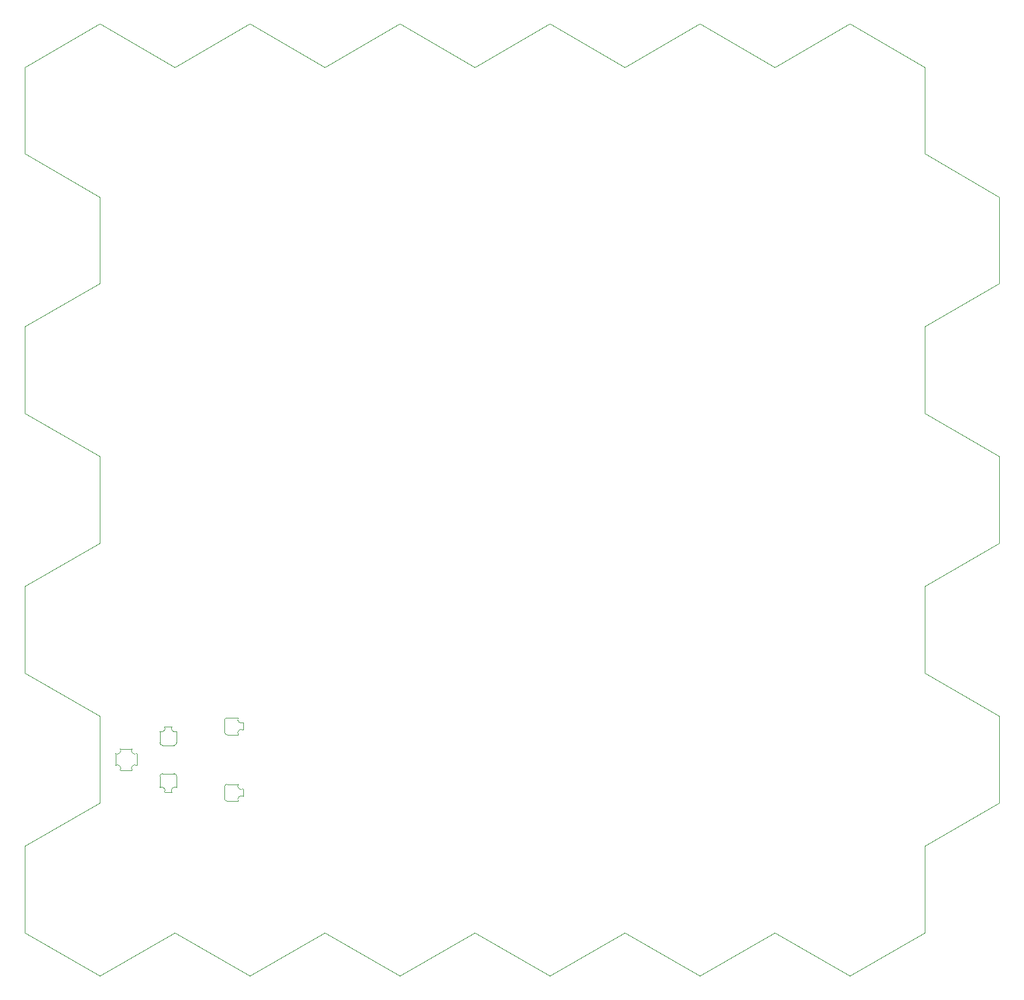
<source format=gko>
%TF.GenerationSoftware,KiCad,Pcbnew,7.0.9*%
%TF.CreationDate,2024-02-04T22:05:17+05:30*%
%TF.ProjectId,Reversible Keyboard,52657665-7273-4696-926c-65204b657962,rev?*%
%TF.SameCoordinates,Original*%
%TF.FileFunction,Profile,NP*%
%FSLAX46Y46*%
G04 Gerber Fmt 4.6, Leading zero omitted, Abs format (unit mm)*
G04 Created by KiCad (PCBNEW 7.0.9) date 2024-02-04 22:05:17*
%MOMM*%
%LPD*%
G01*
G04 APERTURE LIST*
%TA.AperFunction,Profile*%
%ADD10C,0.100000*%
%TD*%
%TA.AperFunction,Profile*%
%ADD11C,0.120000*%
%TD*%
G04 APERTURE END LIST*
D10*
X129000000Y-37239120D02*
X139750000Y-31032600D01*
X86000000Y-37239120D02*
X96750000Y-31032600D01*
X161250000Y-167576040D02*
X150500000Y-161369520D01*
X53750000Y-167576040D02*
X43000000Y-161369520D01*
X43000000Y-161369520D02*
X43000000Y-148956480D01*
X172000000Y-86891280D02*
X182750000Y-93097800D01*
X182750000Y-55858680D02*
X182750000Y-68271720D01*
X172000000Y-111717360D02*
X172000000Y-124130400D01*
X43000000Y-37239120D02*
X53750000Y-31032600D01*
X53750000Y-142749960D02*
X53750000Y-130336920D01*
X118250000Y-167576040D02*
X107500000Y-161369520D01*
X150500000Y-37239120D02*
X161250000Y-31032600D01*
X53750000Y-55858680D02*
X43000000Y-49652160D01*
X172000000Y-37239120D02*
X172000000Y-49652160D01*
X43000000Y-148956480D02*
X53750000Y-142749960D01*
X172000000Y-148956480D02*
X172000000Y-161369520D01*
X96750000Y-167576040D02*
X86000000Y-161369520D01*
X161250000Y-31032600D02*
X172000000Y-37239120D01*
X172000000Y-74478240D02*
X172000000Y-86891280D01*
X182750000Y-105510840D02*
X172000000Y-111717360D01*
X53750000Y-31032600D02*
X64500000Y-37239120D01*
X182750000Y-68271720D02*
X172000000Y-74478240D01*
X107500000Y-37239120D02*
X118250000Y-31032600D01*
X64500000Y-161369520D02*
X53750000Y-167576040D01*
X129000000Y-161369520D02*
X118250000Y-167576040D01*
X43000000Y-111717360D02*
X53750000Y-105510840D01*
X172000000Y-49652160D02*
X182750000Y-55858680D01*
X43000000Y-49652160D02*
X43000000Y-37239120D01*
X75250000Y-31032600D02*
X86000000Y-37239120D01*
X86000000Y-161369520D02*
X75250000Y-167576040D01*
X43000000Y-86891280D02*
X43000000Y-74478240D01*
X107500000Y-161369520D02*
X96750000Y-167576040D01*
X139750000Y-31032600D02*
X150500000Y-37239120D01*
X53750000Y-105510840D02*
X53750000Y-93097800D01*
X43000000Y-124130400D02*
X43000000Y-111717360D01*
X139750000Y-167576040D02*
X129000000Y-161369520D01*
X53750000Y-93097800D02*
X43000000Y-86891280D01*
X172000000Y-161369520D02*
X161250000Y-167576040D01*
X172000000Y-124130400D02*
X182750000Y-130336920D01*
X53750000Y-130336920D02*
X43000000Y-124130400D01*
X64500000Y-37239120D02*
X75250000Y-31032600D01*
X150500000Y-161369520D02*
X139750000Y-167576040D01*
X182750000Y-142749960D02*
X172000000Y-148956480D01*
X43000000Y-74478240D02*
X53750000Y-68271720D01*
X75250000Y-167576040D02*
X64500000Y-161369520D01*
X53750000Y-68271720D02*
X53750000Y-55858680D01*
X182750000Y-130336920D02*
X182750000Y-142749960D01*
X118250000Y-31032600D02*
X129000000Y-37239120D01*
X182750000Y-93097800D02*
X182750000Y-105510840D01*
X96750000Y-31032600D02*
X107500000Y-37239120D01*
D11*
%TO.C,U2*%
X64087234Y-141242440D02*
X63045834Y-141242440D01*
X62360034Y-140556640D02*
X62360034Y-138956440D01*
X64773034Y-138956440D02*
X64773034Y-140556640D01*
X62741034Y-138575440D02*
X64392034Y-138575440D01*
X73612234Y-132987440D02*
X72012034Y-132986940D01*
X71631034Y-132605940D02*
X71631034Y-130954940D01*
X74298034Y-131260240D02*
X74298034Y-132301640D01*
X72012034Y-130573940D02*
X73612234Y-130574440D01*
X64773034Y-140556640D02*
G75*
G03*
X64087234Y-141242440I-247753J-438047D01*
G01*
X63045834Y-141242440D02*
G75*
G03*
X62360034Y-140556640I-438047J247753D01*
G01*
X62741034Y-138575440D02*
G75*
G03*
X62360034Y-138956440I-1J-380999D01*
G01*
X64773034Y-138956440D02*
G75*
G03*
X64392034Y-138575440I-380999J1D01*
G01*
X74298034Y-132301640D02*
G75*
G03*
X73612234Y-132987440I-247750J-438050D01*
G01*
X71631034Y-132605940D02*
G75*
G03*
X72012034Y-132986940I381000J0D01*
G01*
X73612234Y-130574440D02*
G75*
G03*
X74298034Y-131260240I438050J-247750D01*
G01*
X72012034Y-130573940D02*
G75*
G03*
X71631034Y-130954940I0J-381000D01*
G01*
%TO.C,U1*%
X64087234Y-131844440D02*
X63045834Y-131844440D01*
X62360034Y-132530240D02*
X62360034Y-134130440D01*
X64773034Y-134130440D02*
X64773034Y-132530240D01*
X62741034Y-134511440D02*
X64392034Y-134511440D01*
X58372234Y-135019440D02*
X56695834Y-135019440D01*
X59058034Y-135705240D02*
X59058034Y-137381640D01*
X56010034Y-135705240D02*
X56010034Y-137381640D01*
X58372234Y-138067440D02*
X56695834Y-138067440D01*
X73612234Y-140099440D02*
X72012034Y-140099940D01*
X71631034Y-140480940D02*
X71631034Y-142131940D01*
X74298034Y-141826640D02*
X74298034Y-140785240D01*
X72012034Y-142512940D02*
X73612234Y-142512440D01*
X62360034Y-132530240D02*
G75*
G03*
X63045834Y-131844440I247753J438047D01*
G01*
X64087234Y-131844440D02*
G75*
G03*
X64773034Y-132530240I438047J-247753D01*
G01*
X64392034Y-134511440D02*
G75*
G03*
X64773034Y-134130440I1J380999D01*
G01*
X62360034Y-134130440D02*
G75*
G03*
X62741034Y-134511440I380999J-1D01*
G01*
X56010034Y-135705240D02*
G75*
G03*
X56695834Y-135019440I247753J438047D01*
G01*
X58372234Y-135019440D02*
G75*
G03*
X59058034Y-135705240I438047J-247753D01*
G01*
X56695834Y-138067440D02*
G75*
G03*
X56010034Y-137381640I-438050J247750D01*
G01*
X59058034Y-137381640D02*
G75*
G03*
X58372234Y-138067440I-247750J-438050D01*
G01*
X72012034Y-140099940D02*
G75*
G03*
X71631034Y-140480940I0J-381000D01*
G01*
X73612234Y-140099440D02*
G75*
G03*
X74298034Y-140785240I438050J-247750D01*
G01*
X74298034Y-141826640D02*
G75*
G03*
X73612234Y-142512440I-247800J-438000D01*
G01*
X71631034Y-142131940D02*
G75*
G03*
X72012034Y-142512940I381000J0D01*
G01*
%TD*%
M02*

</source>
